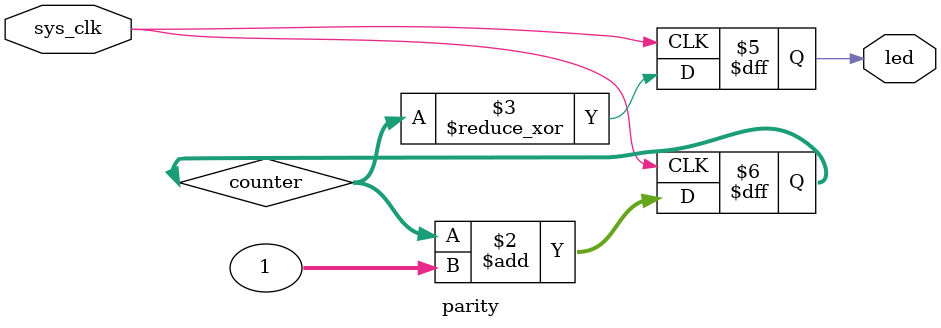
<source format=v>

module parity (
    input      sys_clk,
    output reg led  // Active low
);

  // Placement fails around 269.
  reg [260:0] counter = 0;

  always @(posedge sys_clk) begin
    counter <= counter + 1;
    led <= ^counter;
  end

endmodule

</source>
